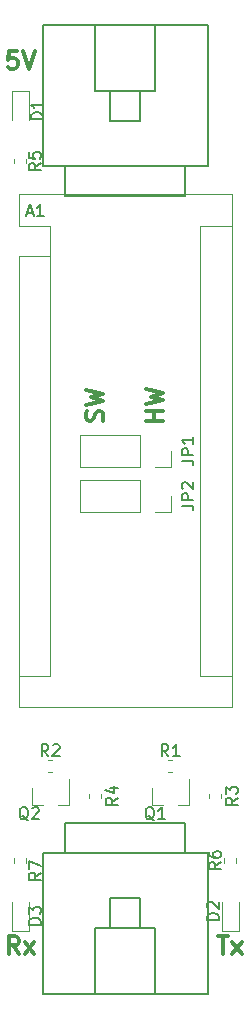
<source format=gbr>
G04 #@! TF.GenerationSoftware,KiCad,Pcbnew,(5.0.2)-1*
G04 #@! TF.CreationDate,2019-04-19T09:34:29-05:00*
G04 #@! TF.ProjectId,ArduinoNanoInterface_Hardware,41726475-696e-46f4-9e61-6e6f496e7465,rev?*
G04 #@! TF.SameCoordinates,Original*
G04 #@! TF.FileFunction,Legend,Top*
G04 #@! TF.FilePolarity,Positive*
%FSLAX46Y46*%
G04 Gerber Fmt 4.6, Leading zero omitted, Abs format (unit mm)*
G04 Created by KiCad (PCBNEW (5.0.2)-1) date 4/19/2019 9:34:29 AM*
%MOMM*%
%LPD*%
G01*
G04 APERTURE LIST*
%ADD10C,0.300000*%
%ADD11C,0.120000*%
%ADD12C,0.150000*%
G04 APERTURE END LIST*
D10*
X84804285Y-60138571D02*
X84090000Y-60138571D01*
X84018571Y-60852857D01*
X84090000Y-60781428D01*
X84232857Y-60710000D01*
X84590000Y-60710000D01*
X84732857Y-60781428D01*
X84804285Y-60852857D01*
X84875714Y-60995714D01*
X84875714Y-61352857D01*
X84804285Y-61495714D01*
X84732857Y-61567142D01*
X84590000Y-61638571D01*
X84232857Y-61638571D01*
X84090000Y-61567142D01*
X84018571Y-61495714D01*
X85304285Y-60138571D02*
X85804285Y-61638571D01*
X86304285Y-60138571D01*
X101834285Y-135068571D02*
X102691428Y-135068571D01*
X102262857Y-136568571D02*
X102262857Y-135068571D01*
X103048571Y-136568571D02*
X103834285Y-135568571D01*
X103048571Y-135568571D02*
X103834285Y-136568571D01*
X84947142Y-136568571D02*
X84447142Y-135854285D01*
X84090000Y-136568571D02*
X84090000Y-135068571D01*
X84661428Y-135068571D01*
X84804285Y-135140000D01*
X84875714Y-135211428D01*
X84947142Y-135354285D01*
X84947142Y-135568571D01*
X84875714Y-135711428D01*
X84804285Y-135782857D01*
X84661428Y-135854285D01*
X84090000Y-135854285D01*
X85447142Y-136568571D02*
X86232857Y-135568571D01*
X85447142Y-135568571D02*
X86232857Y-136568571D01*
X92047142Y-91455714D02*
X92118571Y-91241428D01*
X92118571Y-90884285D01*
X92047142Y-90741428D01*
X91975714Y-90670000D01*
X91832857Y-90598571D01*
X91690000Y-90598571D01*
X91547142Y-90670000D01*
X91475714Y-90741428D01*
X91404285Y-90884285D01*
X91332857Y-91170000D01*
X91261428Y-91312857D01*
X91190000Y-91384285D01*
X91047142Y-91455714D01*
X90904285Y-91455714D01*
X90761428Y-91384285D01*
X90690000Y-91312857D01*
X90618571Y-91170000D01*
X90618571Y-90812857D01*
X90690000Y-90598571D01*
X90618571Y-90098571D02*
X92118571Y-89741428D01*
X91047142Y-89455714D01*
X92118571Y-89170000D01*
X90618571Y-88812857D01*
X97198571Y-91455714D02*
X95698571Y-91455714D01*
X96412857Y-91455714D02*
X96412857Y-90598571D01*
X97198571Y-90598571D02*
X95698571Y-90598571D01*
X95698571Y-90027142D02*
X97198571Y-89670000D01*
X96127142Y-89384285D01*
X97198571Y-89098571D01*
X95698571Y-88741428D01*
D11*
G04 #@! TO.C,JP1*
X97850000Y-93980000D02*
X97850000Y-95310000D01*
X97850000Y-95310000D02*
X96520000Y-95310000D01*
X95250000Y-95310000D02*
X90110000Y-95310000D01*
X90110000Y-92650000D02*
X90110000Y-95310000D01*
X95250000Y-92650000D02*
X90110000Y-92650000D01*
X95250000Y-92650000D02*
X95250000Y-95310000D01*
G04 #@! TO.C,JP2*
X97850000Y-97790000D02*
X97850000Y-99120000D01*
X97850000Y-99120000D02*
X96520000Y-99120000D01*
X95250000Y-99120000D02*
X90110000Y-99120000D01*
X90110000Y-96460000D02*
X90110000Y-99120000D01*
X95250000Y-96460000D02*
X90110000Y-96460000D01*
X95250000Y-96460000D02*
X95250000Y-99120000D01*
G04 #@! TO.C,A1*
X87630000Y-77470000D02*
X87630000Y-74930000D01*
X87630000Y-74930000D02*
X84960000Y-74930000D01*
X84960000Y-77470000D02*
X84960000Y-115700000D01*
X84960000Y-72260000D02*
X84960000Y-74930000D01*
X100330000Y-74930000D02*
X103000000Y-74930000D01*
X100330000Y-74930000D02*
X100330000Y-113030000D01*
X100330000Y-113030000D02*
X103000000Y-113030000D01*
X87630000Y-77470000D02*
X84960000Y-77470000D01*
X87630000Y-77470000D02*
X87630000Y-113030000D01*
X87630000Y-113030000D02*
X84960000Y-113030000D01*
X84960000Y-115700000D02*
X103000000Y-115700000D01*
X103000000Y-115700000D02*
X103000000Y-72260000D01*
X103000000Y-72260000D02*
X84960000Y-72260000D01*
D12*
G04 #@! TO.C,Conn1*
X88900000Y-72390000D02*
X88900000Y-69850000D01*
X99060000Y-69850000D02*
X99060000Y-72390000D01*
X88900000Y-69850000D02*
X100965000Y-69850000D01*
X92710000Y-63500000D02*
X92710000Y-66040000D01*
X91440000Y-62230000D02*
X91440000Y-58420000D01*
X91440000Y-62230000D02*
X91440000Y-63500000D01*
X88900000Y-69850000D02*
X86995000Y-69850000D01*
X86995000Y-69850000D02*
X86995000Y-57912000D01*
X91440000Y-57912000D02*
X91440000Y-58420000D01*
X99060000Y-72390000D02*
X88900000Y-72390000D01*
X100965000Y-69850000D02*
X100965000Y-57912000D01*
X96520000Y-57912000D02*
X96520000Y-63500000D01*
X95250000Y-66040000D02*
X92710000Y-66040000D01*
X95250000Y-63500000D02*
X95250000Y-66040000D01*
X91440000Y-63500000D02*
X96520000Y-63500000D01*
X86995000Y-57912000D02*
X100965000Y-57912000D01*
G04 #@! TO.C,Conn2*
X100965000Y-139954000D02*
X86995000Y-139954000D01*
X96520000Y-134366000D02*
X91440000Y-134366000D01*
X92710000Y-134366000D02*
X92710000Y-131826000D01*
X92710000Y-131826000D02*
X95250000Y-131826000D01*
X91440000Y-139954000D02*
X91440000Y-134366000D01*
X86995000Y-128016000D02*
X86995000Y-139954000D01*
X88900000Y-125476000D02*
X99060000Y-125476000D01*
X96520000Y-139954000D02*
X96520000Y-139446000D01*
X100965000Y-128016000D02*
X100965000Y-139954000D01*
X99060000Y-128016000D02*
X100965000Y-128016000D01*
X96520000Y-135636000D02*
X96520000Y-134366000D01*
X96520000Y-135636000D02*
X96520000Y-139446000D01*
X95250000Y-134366000D02*
X95250000Y-131826000D01*
X99060000Y-128016000D02*
X86995000Y-128016000D01*
X88900000Y-128016000D02*
X88900000Y-125476000D01*
X99060000Y-125476000D02*
X99060000Y-128016000D01*
D11*
G04 #@! TO.C,D1*
X85825000Y-65965000D02*
X85825000Y-63505000D01*
X85825000Y-63505000D02*
X84355000Y-63505000D01*
X84355000Y-63505000D02*
X84355000Y-65965000D01*
G04 #@! TO.C,D2*
X103605000Y-134615000D02*
X103605000Y-132155000D01*
X102135000Y-134615000D02*
X103605000Y-134615000D01*
X102135000Y-132155000D02*
X102135000Y-134615000D01*
G04 #@! TO.C,D3*
X84355000Y-132155000D02*
X84355000Y-134615000D01*
X84355000Y-134615000D02*
X85825000Y-134615000D01*
X85825000Y-134615000D02*
X85825000Y-132155000D01*
G04 #@! TO.C,Q1*
X96210000Y-123950000D02*
X97140000Y-123950000D01*
X99370000Y-123950000D02*
X98440000Y-123950000D01*
X99370000Y-123950000D02*
X99370000Y-121790000D01*
X96210000Y-123950000D02*
X96210000Y-122490000D01*
G04 #@! TO.C,Q2*
X86050000Y-123950000D02*
X86050000Y-122490000D01*
X89210000Y-123950000D02*
X89210000Y-121790000D01*
X89210000Y-123950000D02*
X88280000Y-123950000D01*
X86050000Y-123950000D02*
X86980000Y-123950000D01*
G04 #@! TO.C,R1*
X97961267Y-120140000D02*
X97618733Y-120140000D01*
X97961267Y-121160000D02*
X97618733Y-121160000D01*
G04 #@! TO.C,R2*
X87801267Y-121160000D02*
X87458733Y-121160000D01*
X87801267Y-120140000D02*
X87458733Y-120140000D01*
G04 #@! TO.C,R3*
X102110000Y-123018733D02*
X102110000Y-123361267D01*
X101090000Y-123018733D02*
X101090000Y-123361267D01*
G04 #@! TO.C,R4*
X90930000Y-123018733D02*
X90930000Y-123361267D01*
X91950000Y-123018733D02*
X91950000Y-123361267D01*
G04 #@! TO.C,R5*
X84580000Y-69626267D02*
X84580000Y-69283733D01*
X85600000Y-69626267D02*
X85600000Y-69283733D01*
G04 #@! TO.C,R6*
X102360000Y-128493733D02*
X102360000Y-128836267D01*
X103380000Y-128493733D02*
X103380000Y-128836267D01*
G04 #@! TO.C,R7*
X85600000Y-128493733D02*
X85600000Y-128836267D01*
X84580000Y-128493733D02*
X84580000Y-128836267D01*
G04 #@! TO.C,JP1*
D12*
X98742380Y-94813333D02*
X99456666Y-94813333D01*
X99599523Y-94860952D01*
X99694761Y-94956190D01*
X99742380Y-95099047D01*
X99742380Y-95194285D01*
X99742380Y-94337142D02*
X98742380Y-94337142D01*
X98742380Y-93956190D01*
X98790000Y-93860952D01*
X98837619Y-93813333D01*
X98932857Y-93765714D01*
X99075714Y-93765714D01*
X99170952Y-93813333D01*
X99218571Y-93860952D01*
X99266190Y-93956190D01*
X99266190Y-94337142D01*
X99742380Y-92813333D02*
X99742380Y-93384761D01*
X99742380Y-93099047D02*
X98742380Y-93099047D01*
X98885238Y-93194285D01*
X98980476Y-93289523D01*
X99028095Y-93384761D01*
G04 #@! TO.C,JP2*
X98742380Y-98623333D02*
X99456666Y-98623333D01*
X99599523Y-98670952D01*
X99694761Y-98766190D01*
X99742380Y-98909047D01*
X99742380Y-99004285D01*
X99742380Y-98147142D02*
X98742380Y-98147142D01*
X98742380Y-97766190D01*
X98790000Y-97670952D01*
X98837619Y-97623333D01*
X98932857Y-97575714D01*
X99075714Y-97575714D01*
X99170952Y-97623333D01*
X99218571Y-97670952D01*
X99266190Y-97766190D01*
X99266190Y-98147142D01*
X98837619Y-97194761D02*
X98790000Y-97147142D01*
X98742380Y-97051904D01*
X98742380Y-96813809D01*
X98790000Y-96718571D01*
X98837619Y-96670952D01*
X98932857Y-96623333D01*
X99028095Y-96623333D01*
X99170952Y-96670952D01*
X99742380Y-97242380D01*
X99742380Y-96623333D01*
G04 #@! TO.C,A1*
X85645714Y-73826666D02*
X86121904Y-73826666D01*
X85550476Y-74112380D02*
X85883809Y-73112380D01*
X86217142Y-74112380D01*
X87074285Y-74112380D02*
X86502857Y-74112380D01*
X86788571Y-74112380D02*
X86788571Y-73112380D01*
X86693333Y-73255238D01*
X86598095Y-73350476D01*
X86502857Y-73398095D01*
G04 #@! TO.C,D1*
X86972380Y-65903095D02*
X85972380Y-65903095D01*
X85972380Y-65665000D01*
X86020000Y-65522142D01*
X86115238Y-65426904D01*
X86210476Y-65379285D01*
X86400952Y-65331666D01*
X86543809Y-65331666D01*
X86734285Y-65379285D01*
X86829523Y-65426904D01*
X86924761Y-65522142D01*
X86972380Y-65665000D01*
X86972380Y-65903095D01*
X86972380Y-64379285D02*
X86972380Y-64950714D01*
X86972380Y-64665000D02*
X85972380Y-64665000D01*
X86115238Y-64760238D01*
X86210476Y-64855476D01*
X86258095Y-64950714D01*
G04 #@! TO.C,D2*
X101892380Y-133693095D02*
X100892380Y-133693095D01*
X100892380Y-133455000D01*
X100940000Y-133312142D01*
X101035238Y-133216904D01*
X101130476Y-133169285D01*
X101320952Y-133121666D01*
X101463809Y-133121666D01*
X101654285Y-133169285D01*
X101749523Y-133216904D01*
X101844761Y-133312142D01*
X101892380Y-133455000D01*
X101892380Y-133693095D01*
X100987619Y-132740714D02*
X100940000Y-132693095D01*
X100892380Y-132597857D01*
X100892380Y-132359761D01*
X100940000Y-132264523D01*
X100987619Y-132216904D01*
X101082857Y-132169285D01*
X101178095Y-132169285D01*
X101320952Y-132216904D01*
X101892380Y-132788333D01*
X101892380Y-132169285D01*
G04 #@! TO.C,D3*
X86812380Y-134088095D02*
X85812380Y-134088095D01*
X85812380Y-133850000D01*
X85860000Y-133707142D01*
X85955238Y-133611904D01*
X86050476Y-133564285D01*
X86240952Y-133516666D01*
X86383809Y-133516666D01*
X86574285Y-133564285D01*
X86669523Y-133611904D01*
X86764761Y-133707142D01*
X86812380Y-133850000D01*
X86812380Y-134088095D01*
X85812380Y-133183333D02*
X85812380Y-132564285D01*
X86193333Y-132897619D01*
X86193333Y-132754761D01*
X86240952Y-132659523D01*
X86288571Y-132611904D01*
X86383809Y-132564285D01*
X86621904Y-132564285D01*
X86717142Y-132611904D01*
X86764761Y-132659523D01*
X86812380Y-132754761D01*
X86812380Y-133040476D01*
X86764761Y-133135714D01*
X86717142Y-133183333D01*
G04 #@! TO.C,Q1*
X96424761Y-125261619D02*
X96329523Y-125214000D01*
X96234285Y-125118761D01*
X96091428Y-124975904D01*
X95996190Y-124928285D01*
X95900952Y-124928285D01*
X95948571Y-125166380D02*
X95853333Y-125118761D01*
X95758095Y-125023523D01*
X95710476Y-124833047D01*
X95710476Y-124499714D01*
X95758095Y-124309238D01*
X95853333Y-124214000D01*
X95948571Y-124166380D01*
X96139047Y-124166380D01*
X96234285Y-124214000D01*
X96329523Y-124309238D01*
X96377142Y-124499714D01*
X96377142Y-124833047D01*
X96329523Y-125023523D01*
X96234285Y-125118761D01*
X96139047Y-125166380D01*
X95948571Y-125166380D01*
X97329523Y-125166380D02*
X96758095Y-125166380D01*
X97043809Y-125166380D02*
X97043809Y-124166380D01*
X96948571Y-124309238D01*
X96853333Y-124404476D01*
X96758095Y-124452095D01*
G04 #@! TO.C,Q2*
X85756761Y-125261619D02*
X85661523Y-125214000D01*
X85566285Y-125118761D01*
X85423428Y-124975904D01*
X85328190Y-124928285D01*
X85232952Y-124928285D01*
X85280571Y-125166380D02*
X85185333Y-125118761D01*
X85090095Y-125023523D01*
X85042476Y-124833047D01*
X85042476Y-124499714D01*
X85090095Y-124309238D01*
X85185333Y-124214000D01*
X85280571Y-124166380D01*
X85471047Y-124166380D01*
X85566285Y-124214000D01*
X85661523Y-124309238D01*
X85709142Y-124499714D01*
X85709142Y-124833047D01*
X85661523Y-125023523D01*
X85566285Y-125118761D01*
X85471047Y-125166380D01*
X85280571Y-125166380D01*
X86090095Y-124261619D02*
X86137714Y-124214000D01*
X86232952Y-124166380D01*
X86471047Y-124166380D01*
X86566285Y-124214000D01*
X86613904Y-124261619D01*
X86661523Y-124356857D01*
X86661523Y-124452095D01*
X86613904Y-124594952D01*
X86042476Y-125166380D01*
X86661523Y-125166380D01*
G04 #@! TO.C,R1*
X97623333Y-119832380D02*
X97290000Y-119356190D01*
X97051904Y-119832380D02*
X97051904Y-118832380D01*
X97432857Y-118832380D01*
X97528095Y-118880000D01*
X97575714Y-118927619D01*
X97623333Y-119022857D01*
X97623333Y-119165714D01*
X97575714Y-119260952D01*
X97528095Y-119308571D01*
X97432857Y-119356190D01*
X97051904Y-119356190D01*
X98575714Y-119832380D02*
X98004285Y-119832380D01*
X98290000Y-119832380D02*
X98290000Y-118832380D01*
X98194761Y-118975238D01*
X98099523Y-119070476D01*
X98004285Y-119118095D01*
G04 #@! TO.C,R2*
X87463333Y-119832380D02*
X87130000Y-119356190D01*
X86891904Y-119832380D02*
X86891904Y-118832380D01*
X87272857Y-118832380D01*
X87368095Y-118880000D01*
X87415714Y-118927619D01*
X87463333Y-119022857D01*
X87463333Y-119165714D01*
X87415714Y-119260952D01*
X87368095Y-119308571D01*
X87272857Y-119356190D01*
X86891904Y-119356190D01*
X87844285Y-118927619D02*
X87891904Y-118880000D01*
X87987142Y-118832380D01*
X88225238Y-118832380D01*
X88320476Y-118880000D01*
X88368095Y-118927619D01*
X88415714Y-119022857D01*
X88415714Y-119118095D01*
X88368095Y-119260952D01*
X87796666Y-119832380D01*
X88415714Y-119832380D01*
G04 #@! TO.C,R3*
X103482380Y-123356666D02*
X103006190Y-123690000D01*
X103482380Y-123928095D02*
X102482380Y-123928095D01*
X102482380Y-123547142D01*
X102530000Y-123451904D01*
X102577619Y-123404285D01*
X102672857Y-123356666D01*
X102815714Y-123356666D01*
X102910952Y-123404285D01*
X102958571Y-123451904D01*
X103006190Y-123547142D01*
X103006190Y-123928095D01*
X102482380Y-123023333D02*
X102482380Y-122404285D01*
X102863333Y-122737619D01*
X102863333Y-122594761D01*
X102910952Y-122499523D01*
X102958571Y-122451904D01*
X103053809Y-122404285D01*
X103291904Y-122404285D01*
X103387142Y-122451904D01*
X103434761Y-122499523D01*
X103482380Y-122594761D01*
X103482380Y-122880476D01*
X103434761Y-122975714D01*
X103387142Y-123023333D01*
G04 #@! TO.C,R4*
X93322380Y-123356666D02*
X92846190Y-123690000D01*
X93322380Y-123928095D02*
X92322380Y-123928095D01*
X92322380Y-123547142D01*
X92370000Y-123451904D01*
X92417619Y-123404285D01*
X92512857Y-123356666D01*
X92655714Y-123356666D01*
X92750952Y-123404285D01*
X92798571Y-123451904D01*
X92846190Y-123547142D01*
X92846190Y-123928095D01*
X92655714Y-122499523D02*
X93322380Y-122499523D01*
X92274761Y-122737619D02*
X92989047Y-122975714D01*
X92989047Y-122356666D01*
G04 #@! TO.C,R5*
X86812380Y-69621666D02*
X86336190Y-69955000D01*
X86812380Y-70193095D02*
X85812380Y-70193095D01*
X85812380Y-69812142D01*
X85860000Y-69716904D01*
X85907619Y-69669285D01*
X86002857Y-69621666D01*
X86145714Y-69621666D01*
X86240952Y-69669285D01*
X86288571Y-69716904D01*
X86336190Y-69812142D01*
X86336190Y-70193095D01*
X85812380Y-68716904D02*
X85812380Y-69193095D01*
X86288571Y-69240714D01*
X86240952Y-69193095D01*
X86193333Y-69097857D01*
X86193333Y-68859761D01*
X86240952Y-68764523D01*
X86288571Y-68716904D01*
X86383809Y-68669285D01*
X86621904Y-68669285D01*
X86717142Y-68716904D01*
X86764761Y-68764523D01*
X86812380Y-68859761D01*
X86812380Y-69097857D01*
X86764761Y-69193095D01*
X86717142Y-69240714D01*
G04 #@! TO.C,R6*
X102052380Y-128831666D02*
X101576190Y-129165000D01*
X102052380Y-129403095D02*
X101052380Y-129403095D01*
X101052380Y-129022142D01*
X101100000Y-128926904D01*
X101147619Y-128879285D01*
X101242857Y-128831666D01*
X101385714Y-128831666D01*
X101480952Y-128879285D01*
X101528571Y-128926904D01*
X101576190Y-129022142D01*
X101576190Y-129403095D01*
X101052380Y-127974523D02*
X101052380Y-128165000D01*
X101100000Y-128260238D01*
X101147619Y-128307857D01*
X101290476Y-128403095D01*
X101480952Y-128450714D01*
X101861904Y-128450714D01*
X101957142Y-128403095D01*
X102004761Y-128355476D01*
X102052380Y-128260238D01*
X102052380Y-128069761D01*
X102004761Y-127974523D01*
X101957142Y-127926904D01*
X101861904Y-127879285D01*
X101623809Y-127879285D01*
X101528571Y-127926904D01*
X101480952Y-127974523D01*
X101433333Y-128069761D01*
X101433333Y-128260238D01*
X101480952Y-128355476D01*
X101528571Y-128403095D01*
X101623809Y-128450714D01*
G04 #@! TO.C,R7*
X86812380Y-129706666D02*
X86336190Y-130040000D01*
X86812380Y-130278095D02*
X85812380Y-130278095D01*
X85812380Y-129897142D01*
X85860000Y-129801904D01*
X85907619Y-129754285D01*
X86002857Y-129706666D01*
X86145714Y-129706666D01*
X86240952Y-129754285D01*
X86288571Y-129801904D01*
X86336190Y-129897142D01*
X86336190Y-130278095D01*
X85812380Y-129373333D02*
X85812380Y-128706666D01*
X86812380Y-129135238D01*
G04 #@! TD*
M02*

</source>
